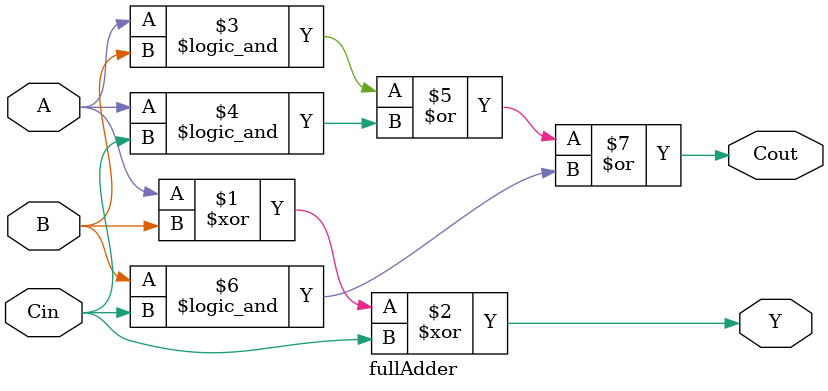
<source format=v>
module fullAdder(
    A,
    B,
    Cin,
    Y,
    Cout
);

input A;
input B;
input Cin;
output Y;
output Cout;

assign Y = A^B^Cin;
assign Cout = (A && B) | (A && Cin) | (B && Cin);

endmodule
</source>
